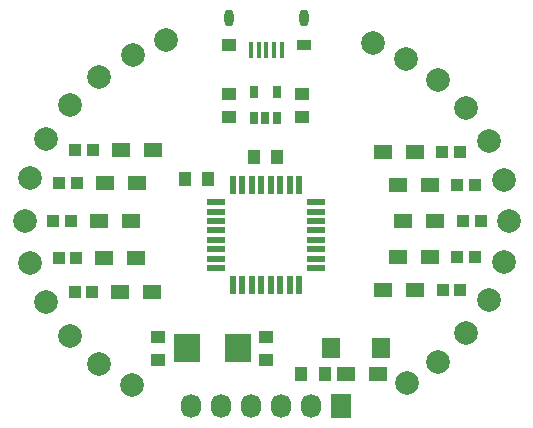
<source format=gbs>
G04 #@! TF.FileFunction,Soldermask,Bot*
%FSLAX46Y46*%
G04 Gerber Fmt 4.6, Leading zero omitted, Abs format (unit mm)*
G04 Created by KiCad (PCBNEW 4.0.4-stable) date Thursday, 03 '03e' November '03e' 2016, 09:15:18*
%MOMM*%
%LPD*%
G01*
G04 APERTURE LIST*
%ADD10C,0.100000*%
%ADD11R,2.178000X2.432000*%
%ADD12R,0.400000X1.350000*%
%ADD13R,1.250000X1.000000*%
%ADD14R,1.250000X0.950000*%
%ADD15O,0.800000X1.450000*%
%ADD16R,0.550000X1.600000*%
%ADD17R,1.600000X0.550000*%
%ADD18R,1.727200X2.032000*%
%ADD19O,1.727200X2.032000*%
%ADD20C,2.000000*%
%ADD21R,1.500000X1.300000*%
%ADD22R,1.000000X1.250000*%
%ADD23R,0.650000X1.060000*%
%ADD24R,1.000000X1.000000*%
%ADD25R,1.600000X1.700000*%
G04 APERTURE END LIST*
D10*
D11*
X122584000Y-139975000D03*
X118266000Y-139975000D03*
D12*
X123725000Y-114775000D03*
X124374100Y-114775000D03*
X125025000Y-114775000D03*
X125674100Y-114775000D03*
X126325000Y-114775000D03*
D13*
X121825000Y-114350000D03*
D14*
X128225000Y-114350000D03*
D15*
X121825000Y-112100000D03*
X128225000Y-112100000D03*
D16*
X127800000Y-134700000D03*
X127000000Y-134700000D03*
X126200000Y-134700000D03*
X125400000Y-134700000D03*
X124600000Y-134700000D03*
X123800000Y-134700000D03*
X123000000Y-134700000D03*
X122200000Y-134700000D03*
D17*
X120750000Y-133250000D03*
X120750000Y-132450000D03*
X120750000Y-131650000D03*
X120750000Y-130850000D03*
X120750000Y-130050000D03*
X120750000Y-129250000D03*
X120750000Y-128450000D03*
X120750000Y-127650000D03*
D16*
X122200000Y-126200000D03*
X123000000Y-126200000D03*
X123800000Y-126200000D03*
X124600000Y-126200000D03*
X125400000Y-126200000D03*
X126200000Y-126200000D03*
X127000000Y-126200000D03*
X127800000Y-126200000D03*
D17*
X129250000Y-127650000D03*
X129250000Y-128450000D03*
X129250000Y-129250000D03*
X129250000Y-130050000D03*
X129250000Y-130850000D03*
X129250000Y-131650000D03*
X129250000Y-132450000D03*
X129250000Y-133250000D03*
D18*
X131350000Y-144900000D03*
D19*
X128810000Y-144900000D03*
X126270000Y-144900000D03*
X123730000Y-144900000D03*
X121190000Y-144900000D03*
X118650000Y-144900000D03*
D20*
X108375000Y-119450000D03*
X106375000Y-122300000D03*
X105025000Y-125650000D03*
X104550000Y-129225000D03*
X105025000Y-132825000D03*
X106375000Y-136150000D03*
X108375000Y-139000000D03*
X110875000Y-141375000D03*
X141950000Y-119675000D03*
X143850000Y-122500000D03*
X134075000Y-114150000D03*
X136875000Y-115525000D03*
X139525000Y-117350000D03*
X145125000Y-125750000D03*
X145575000Y-129250000D03*
X145125000Y-132700000D03*
X143875000Y-135950000D03*
X141925000Y-138775000D03*
X113725000Y-115225000D03*
X116525000Y-113925000D03*
X113675000Y-143175000D03*
X136900000Y-142950000D03*
X139550000Y-141150000D03*
X110875000Y-117100000D03*
D21*
X138850000Y-126225000D03*
X136150000Y-126225000D03*
X139325000Y-129225000D03*
X136625000Y-129225000D03*
X110850000Y-129225000D03*
X113550000Y-129225000D03*
X111300000Y-132350000D03*
X114000000Y-132350000D03*
X112650000Y-135250000D03*
X115350000Y-135250000D03*
X112725000Y-123225000D03*
X115425000Y-123225000D03*
X111350000Y-126075000D03*
X114050000Y-126075000D03*
X137600000Y-135075000D03*
X134900000Y-135075000D03*
X137575000Y-123400000D03*
X134875000Y-123400000D03*
X138850000Y-132275000D03*
X136150000Y-132275000D03*
D13*
X121875000Y-120475000D03*
X121875000Y-118475000D03*
X128050000Y-118475000D03*
X128050000Y-120475000D03*
D22*
X123950000Y-123825000D03*
X125950000Y-123825000D03*
X129950000Y-142225000D03*
X127950000Y-142225000D03*
D13*
X124975000Y-141050000D03*
X124975000Y-139050000D03*
X115850000Y-141050000D03*
X115850000Y-139050000D03*
D22*
X120125000Y-125725000D03*
X118125000Y-125725000D03*
D23*
X125900000Y-120550000D03*
X124950000Y-120550000D03*
X124000000Y-120550000D03*
X124000000Y-118350000D03*
X125900000Y-118350000D03*
D24*
X142700000Y-126175000D03*
X141200000Y-126175000D03*
X143175000Y-129225000D03*
X141675000Y-129225000D03*
X107000000Y-129225000D03*
X108500000Y-129225000D03*
X107450000Y-132375000D03*
X108950000Y-132375000D03*
X108800000Y-135250000D03*
X110300000Y-135250000D03*
X108850000Y-123225000D03*
X110350000Y-123225000D03*
X107500000Y-126075000D03*
X109000000Y-126075000D03*
X141450000Y-135075000D03*
X139950000Y-135075000D03*
X141425000Y-123400000D03*
X139925000Y-123400000D03*
X142700000Y-132275000D03*
X141200000Y-132275000D03*
D25*
X130500000Y-139975000D03*
X134700000Y-139975000D03*
D21*
X131800000Y-142225000D03*
X134500000Y-142225000D03*
M02*

</source>
